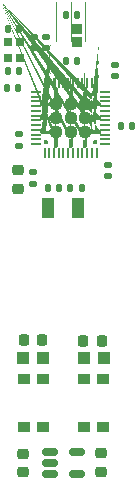
<source format=gbr>
G04 #@! TF.GenerationSoftware,KiCad,Pcbnew,(7.0.0)*
G04 #@! TF.CreationDate,2023-04-22T14:23:37+07:00*
G04 #@! TF.ProjectId,nrf52840-qfaa-breakout,6e726635-3238-4343-902d-716661612d62,rev?*
G04 #@! TF.SameCoordinates,Original*
G04 #@! TF.FileFunction,Paste,Top*
G04 #@! TF.FilePolarity,Positive*
%FSLAX46Y46*%
G04 Gerber Fmt 4.6, Leading zero omitted, Abs format (unit mm)*
G04 Created by KiCad (PCBNEW (7.0.0)) date 2023-04-22 14:23:37*
%MOMM*%
%LPD*%
G01*
G04 APERTURE LIST*
G04 Aperture macros list*
%AMRoundRect*
0 Rectangle with rounded corners*
0 $1 Rounding radius*
0 $2 $3 $4 $5 $6 $7 $8 $9 X,Y pos of 4 corners*
0 Add a 4 corners polygon primitive as box body*
4,1,4,$2,$3,$4,$5,$6,$7,$8,$9,$2,$3,0*
0 Add four circle primitives for the rounded corners*
1,1,$1+$1,$2,$3*
1,1,$1+$1,$4,$5*
1,1,$1+$1,$6,$7*
1,1,$1+$1,$8,$9*
0 Add four rect primitives between the rounded corners*
20,1,$1+$1,$2,$3,$4,$5,0*
20,1,$1+$1,$4,$5,$6,$7,0*
20,1,$1+$1,$6,$7,$8,$9,0*
20,1,$1+$1,$8,$9,$2,$3,0*%
%AMFreePoly0*
4,1,48,0.115957,0.196624,0.131920,0.196624,0.144834,0.187241,0.160014,0.182309,0.169395,0.169395,0.182309,0.160014,0.187241,0.144834,0.196624,0.131920,0.196624,0.115957,0.201556,0.100778,0.201556,0.026143,0.199043,0.018408,0.200315,0.010378,0.189601,-0.010648,0.182309,-0.033093,0.175730,-0.037872,0.172039,-0.045118,0.045118,-0.172039,0.037872,-0.175730,0.033093,-0.182309,
0.010648,-0.189601,-0.010378,-0.200315,-0.018409,-0.199043,-0.026143,-0.201556,-0.100778,-0.201556,-0.115957,-0.196624,-0.131920,-0.196624,-0.144834,-0.187241,-0.160014,-0.182309,-0.169395,-0.169395,-0.182309,-0.160014,-0.187241,-0.144834,-0.196624,-0.131920,-0.196624,-0.115957,-0.201556,-0.100778,-0.201556,0.100778,-0.196624,0.115957,-0.196624,0.131920,-0.187241,0.144834,-0.182309,0.160014,
-0.169395,0.169395,-0.160014,0.182309,-0.144834,0.187241,-0.131920,0.196624,-0.115957,0.196624,-0.100778,0.201556,0.100778,0.201556,0.115957,0.196624,0.115957,0.196624,$1*%
%AMFreePoly1*
4,1,51,0.053925,0.482835,0.056101,0.483419,0.059434,0.481864,0.077391,0.478698,0.091360,0.466976,0.107888,0.459269,0.177090,0.390068,0.180063,0.385820,0.182014,0.384695,0.183271,0.381239,0.193730,0.366303,0.195319,0.348137,0.201557,0.331000,0.201557,-0.331000,0.200656,-0.336106,0.201239,-0.338281,0.199685,-0.341612,0.196519,-0.359570,0.184797,-0.373539,0.177090,-0.390068,
0.107888,-0.459269,0.103642,-0.462241,0.102516,-0.464193,0.099059,-0.465451,0.084124,-0.475909,0.065958,-0.477498,0.048821,-0.483736,-0.118023,-0.483736,-0.128873,-0.481822,-0.132529,-0.482467,-0.135743,-0.480611,-0.146593,-0.478698,-0.163216,-0.464749,-0.182014,-0.453897,-0.184592,-0.446813,-0.190366,-0.441969,-0.194134,-0.420595,-0.201557,-0.400202,-0.201557,0.400202,-0.199643,0.411052,
-0.200288,0.414708,-0.198432,0.417922,-0.196519,0.428772,-0.182570,0.445395,-0.171718,0.464193,-0.164634,0.466771,-0.159790,0.472545,-0.138416,0.476313,-0.118023,0.483736,0.048821,0.483736,0.053925,0.482835,0.053925,0.482835,$1*%
%AMFreePoly2*
4,1,48,-0.018409,0.199043,-0.010378,0.200315,0.010648,0.189601,0.033093,0.182309,0.037872,0.175730,0.045118,0.172039,0.172039,0.045118,0.175730,0.037872,0.182309,0.033093,0.189601,0.010648,0.200315,-0.010378,0.199043,-0.018408,0.201556,-0.026143,0.201556,-0.100778,0.196624,-0.115957,0.196624,-0.131920,0.187241,-0.144834,0.182309,-0.160014,0.169395,-0.169395,0.160014,-0.182309,
0.144834,-0.187241,0.131920,-0.196624,0.115957,-0.196624,0.100778,-0.201556,-0.100778,-0.201556,-0.115957,-0.196624,-0.131920,-0.196624,-0.144834,-0.187241,-0.160014,-0.182309,-0.169395,-0.169395,-0.182309,-0.160014,-0.187241,-0.144834,-0.196624,-0.131920,-0.196624,-0.115957,-0.201556,-0.100778,-0.201556,0.100778,-0.196624,0.115957,-0.196624,0.131920,-0.187241,0.144834,-0.182309,0.160014,
-0.169395,0.169395,-0.160014,0.182309,-0.144834,0.187241,-0.131920,0.196624,-0.115957,0.196624,-0.100778,0.201556,-0.026143,0.201556,-0.018409,0.199043,-0.018409,0.199043,$1*%
%AMFreePoly3*
4,1,51,0.411052,0.199643,0.414708,0.200288,0.417922,0.198432,0.428772,0.196519,0.445395,0.182570,0.464193,0.171718,0.466771,0.164634,0.472545,0.159790,0.476313,0.138416,0.483736,0.118023,0.483736,-0.048821,0.482835,-0.053927,0.483418,-0.056102,0.481864,-0.059433,0.478698,-0.077391,0.466976,-0.091360,0.459269,-0.107889,0.390067,-0.177090,0.385821,-0.180062,0.384695,-0.182014,
0.381238,-0.183272,0.366303,-0.193730,0.348137,-0.195319,0.331000,-0.201557,-0.331000,-0.201557,-0.336106,-0.200656,-0.338281,-0.201239,-0.341612,-0.199685,-0.359570,-0.196519,-0.373539,-0.184797,-0.390068,-0.177090,-0.459269,-0.107888,-0.462241,-0.103642,-0.464193,-0.102516,-0.465451,-0.099059,-0.475909,-0.084124,-0.477498,-0.065958,-0.483736,-0.048821,-0.483736,0.118023,-0.481822,0.128873,
-0.482467,0.132529,-0.480611,0.135743,-0.478698,0.146593,-0.464749,0.163216,-0.453897,0.182014,-0.446813,0.184592,-0.441969,0.190366,-0.420595,0.194134,-0.400202,0.201557,0.400202,0.201557,0.411052,0.199643,0.411052,0.199643,$1*%
%AMFreePoly4*
4,1,51,0.336104,0.200656,0.338280,0.201240,0.341613,0.199685,0.359570,0.196519,0.373539,0.184797,0.390067,0.177090,0.459269,0.107889,0.462242,0.103641,0.464193,0.102516,0.465450,0.099060,0.475909,0.084124,0.477498,0.065958,0.483736,0.048821,0.483736,-0.118023,0.481822,-0.128873,0.482467,-0.132529,0.480611,-0.135743,0.478698,-0.146593,0.464749,-0.163216,0.453897,-0.182014,
0.446813,-0.184592,0.441969,-0.190366,0.420595,-0.194134,0.400202,-0.201557,-0.400202,-0.201557,-0.411052,-0.199643,-0.414708,-0.200288,-0.417922,-0.198432,-0.428772,-0.196519,-0.445395,-0.182570,-0.464193,-0.171718,-0.466771,-0.164634,-0.472545,-0.159790,-0.476313,-0.138416,-0.483736,-0.118023,-0.483736,0.048821,-0.482835,0.053925,-0.483419,0.056101,-0.481864,0.059434,-0.478698,0.077391,
-0.466976,0.091360,-0.459269,0.107888,-0.390068,0.177090,-0.385820,0.180063,-0.384695,0.182014,-0.381239,0.183271,-0.366303,0.193730,-0.348137,0.195319,-0.331000,0.201557,0.331000,0.201557,0.336104,0.200656,0.336104,0.200656,$1*%
%AMFreePoly5*
4,1,48,0.115957,0.196624,0.131920,0.196624,0.144834,0.187241,0.160014,0.182309,0.169395,0.169395,0.182309,0.160014,0.187241,0.144834,0.196624,0.131920,0.196624,0.115957,0.201556,0.100778,0.201556,-0.100778,0.196624,-0.115957,0.196624,-0.131920,0.187241,-0.144834,0.182309,-0.160014,0.169395,-0.169395,0.160014,-0.182309,0.144834,-0.187241,0.131920,-0.196624,0.115957,-0.196624,
0.100778,-0.201556,0.026143,-0.201556,0.018408,-0.199043,0.010378,-0.200315,-0.010648,-0.189601,-0.033093,-0.182309,-0.037872,-0.175730,-0.045118,-0.172039,-0.172039,-0.045118,-0.175730,-0.037872,-0.182309,-0.033093,-0.189601,-0.010648,-0.200315,0.010378,-0.199043,0.018409,-0.201556,0.026143,-0.201556,0.100778,-0.196624,0.115957,-0.196624,0.131920,-0.187241,0.144834,-0.182309,0.160014,
-0.169395,0.169395,-0.160014,0.182309,-0.144834,0.187241,-0.131920,0.196624,-0.115957,0.196624,-0.100778,0.201556,0.100778,0.201556,0.115957,0.196624,0.115957,0.196624,$1*%
%AMFreePoly6*
4,1,51,0.128873,0.481822,0.132529,0.482467,0.135743,0.480611,0.146593,0.478698,0.163216,0.464749,0.182014,0.453897,0.184592,0.446813,0.190366,0.441969,0.194134,0.420595,0.201557,0.400202,0.201557,-0.400202,0.199643,-0.411052,0.200288,-0.414708,0.198432,-0.417922,0.196519,-0.428772,0.182570,-0.445395,0.171718,-0.464193,0.164634,-0.466771,0.159790,-0.472545,0.138416,-0.476313,
0.118023,-0.483736,-0.048821,-0.483736,-0.053927,-0.482835,-0.056102,-0.483418,-0.059433,-0.481864,-0.077391,-0.478698,-0.091360,-0.466976,-0.107889,-0.459269,-0.177090,-0.390067,-0.180062,-0.385821,-0.182014,-0.384695,-0.183272,-0.381238,-0.193730,-0.366303,-0.195319,-0.348137,-0.201557,-0.331000,-0.201557,0.331000,-0.200656,0.336104,-0.201240,0.338280,-0.199685,0.341613,-0.196519,0.359570,
-0.184797,0.373539,-0.177090,0.390067,-0.107889,0.459269,-0.103641,0.462242,-0.102516,0.464193,-0.099060,0.465450,-0.084124,0.475909,-0.065958,0.477498,-0.048821,0.483736,0.118023,0.483736,0.128873,0.481822,0.128873,0.481822,$1*%
%AMFreePoly7*
4,1,48,0.115957,0.196624,0.131920,0.196624,0.144834,0.187241,0.160014,0.182309,0.169395,0.169395,0.182309,0.160014,0.187241,0.144834,0.196624,0.131920,0.196624,0.115957,0.201556,0.100778,0.201556,-0.100778,0.196624,-0.115957,0.196624,-0.131920,0.187241,-0.144834,0.182309,-0.160014,0.169395,-0.169395,0.160014,-0.182309,0.144834,-0.187241,0.131920,-0.196624,0.115957,-0.196624,
0.100778,-0.201556,-0.100778,-0.201556,-0.115957,-0.196624,-0.131920,-0.196624,-0.144834,-0.187241,-0.160014,-0.182309,-0.169395,-0.169395,-0.182309,-0.160014,-0.187241,-0.144834,-0.196624,-0.131920,-0.196624,-0.115957,-0.201556,-0.100778,-0.201556,-0.026143,-0.199043,-0.018409,-0.200315,-0.010378,-0.189601,0.010648,-0.182309,0.033093,-0.175730,0.037872,-0.172039,0.045118,-0.045118,0.172039,
-0.037872,0.175730,-0.033093,0.182309,-0.010648,0.189601,0.010378,0.200315,0.018408,0.199043,0.026143,0.201556,0.100778,0.201556,0.115957,0.196624,0.115957,0.196624,$1*%
G04 Aperture macros list end*
%ADD10R,1.100000X1.000000*%
%ADD11RoundRect,0.225000X-0.250000X0.225000X-0.250000X-0.225000X0.250000X-0.225000X0.250000X0.225000X0*%
%ADD12R,0.900000X0.850000*%
%ADD13RoundRect,0.140000X0.140000X0.170000X-0.140000X0.170000X-0.140000X-0.170000X0.140000X-0.170000X0*%
%ADD14R,1.000000X0.900000*%
%ADD15RoundRect,0.140000X-0.170000X0.140000X-0.170000X-0.140000X0.170000X-0.140000X0.170000X0.140000X0*%
%ADD16RoundRect,0.218750X0.218750X0.256250X-0.218750X0.256250X-0.218750X-0.256250X0.218750X-0.256250X0*%
%ADD17RoundRect,0.150000X-0.512500X-0.150000X0.512500X-0.150000X0.512500X0.150000X-0.512500X0.150000X0*%
%ADD18FreePoly0,90.000000*%
%ADD19FreePoly1,90.000000*%
%ADD20FreePoly2,90.000000*%
%ADD21FreePoly3,90.000000*%
%ADD22RoundRect,0.241868X0.241867X-0.241867X0.241867X0.241867X-0.241867X0.241867X-0.241867X-0.241867X0*%
%ADD23FreePoly4,90.000000*%
%ADD24FreePoly5,90.000000*%
%ADD25FreePoly6,90.000000*%
%ADD26FreePoly7,90.000000*%
%ADD27RoundRect,0.050000X0.050000X-0.350000X0.050000X0.350000X-0.050000X0.350000X-0.050000X-0.350000X0*%
%ADD28RoundRect,0.050000X0.350000X-0.050000X0.350000X0.050000X-0.350000X0.050000X-0.350000X-0.050000X0*%
%ADD29RoundRect,0.140000X0.170000X-0.140000X0.170000X0.140000X-0.170000X0.140000X-0.170000X-0.140000X0*%
%ADD30RoundRect,0.140000X-0.140000X-0.170000X0.140000X-0.170000X0.140000X0.170000X-0.140000X0.170000X0*%
%ADD31R,1.000000X1.800000*%
%ADD32R,0.700000X0.750000*%
G04 APERTURE END LIST*
D10*
G04 #@! TO.C,R2*
X145099999Y-115799999D03*
X146799999Y-115799999D03*
G04 #@! TD*
D11*
G04 #@! TO.C,C2*
X151700000Y-123875000D03*
X151700000Y-125425000D03*
G04 #@! TD*
D12*
G04 #@! TO.C,L1*
X149674999Y-87919999D03*
X149674999Y-89079999D03*
G04 #@! TD*
D13*
G04 #@! TO.C,C10*
X144760000Y-91520000D03*
X143800000Y-91520000D03*
G04 #@! TD*
D14*
G04 #@! TO.C,SW1*
X146749999Y-121674999D03*
X146749999Y-117574999D03*
X145149999Y-117574999D03*
X145149999Y-121674999D03*
G04 #@! TD*
D13*
G04 #@! TO.C,C9*
X144770000Y-87940000D03*
X143810000Y-87940000D03*
G04 #@! TD*
D11*
G04 #@! TO.C,C17*
X144700000Y-99900000D03*
X144700000Y-101450000D03*
G04 #@! TD*
D15*
G04 #@! TO.C,C19*
X152310000Y-99440000D03*
X152310000Y-100400000D03*
G04 #@! TD*
G04 #@! TO.C,C6*
X144720000Y-96860000D03*
X144720000Y-97820000D03*
G04 #@! TD*
D16*
G04 #@! TO.C,D1*
X151775000Y-114330000D03*
X150200000Y-114330000D03*
G04 #@! TD*
D17*
G04 #@! TO.C,U1*
X147387500Y-123725000D03*
X147387500Y-124675000D03*
X147387500Y-125625000D03*
X149662500Y-125625000D03*
X149662500Y-123725000D03*
G04 #@! TD*
D18*
G04 #@! TO.C,U2*
X147070000Y-97530000D03*
D19*
X147920000Y-97530000D03*
X149120000Y-97530000D03*
X150320000Y-97530000D03*
D20*
X151170000Y-97530000D03*
D21*
X147070000Y-96680000D03*
D22*
X147920000Y-96680000D03*
X149120000Y-96680000D03*
X150320000Y-96680000D03*
D23*
X151170000Y-96680000D03*
D21*
X147070000Y-95480000D03*
D22*
X147920000Y-95480000D03*
X149120000Y-95480000D03*
X150320000Y-95480000D03*
D23*
X151170000Y-95480000D03*
D21*
X147070000Y-94280000D03*
D22*
X147920000Y-94280000D03*
X149120000Y-94280000D03*
X150320000Y-94280000D03*
D23*
X151170000Y-94280000D03*
D24*
X147070000Y-93430000D03*
D25*
X147920000Y-93430000D03*
X149120000Y-93430000D03*
X150320000Y-93430000D03*
D26*
X151170000Y-93430000D03*
D27*
X146920000Y-98430000D03*
X147320000Y-98430000D03*
X147720000Y-98430000D03*
X148120000Y-98430000D03*
X148520000Y-98430000D03*
X148920000Y-98430000D03*
X149320000Y-98430000D03*
X149720000Y-98430000D03*
X150120000Y-98430000D03*
X150520000Y-98430000D03*
X150920000Y-98430000D03*
X151320000Y-98430000D03*
D28*
X152070000Y-97680000D03*
X152070000Y-97280000D03*
X152070000Y-96880000D03*
X152070000Y-96480000D03*
X152070000Y-96080000D03*
X152070000Y-95680000D03*
X152070000Y-95280000D03*
X152070000Y-94880000D03*
X152070000Y-94480000D03*
X152070000Y-94080000D03*
X152070000Y-93680000D03*
X152070000Y-93280000D03*
D27*
X151320000Y-92530000D03*
X150920000Y-92530000D03*
X150520000Y-92530000D03*
X150120000Y-92530000D03*
X149720000Y-92530000D03*
X149320000Y-92530000D03*
X148920000Y-92530000D03*
X148520000Y-92530000D03*
X148120000Y-92530000D03*
X147720000Y-92530000D03*
X147320000Y-92530000D03*
X146920000Y-92530000D03*
D28*
X146170000Y-93280000D03*
X146170000Y-93680000D03*
X146170000Y-94080000D03*
X146170000Y-94480000D03*
X146170000Y-94880000D03*
X146170000Y-95280000D03*
X146170000Y-95680000D03*
X146170000Y-96080000D03*
X146170000Y-96480000D03*
X146170000Y-96880000D03*
X146170000Y-97280000D03*
X146170000Y-97680000D03*
G04 #@! TD*
D14*
G04 #@! TO.C,SW2*
X151849999Y-121674999D03*
X151849999Y-117574999D03*
X150249999Y-117574999D03*
X150249999Y-121674999D03*
G04 #@! TD*
D29*
G04 #@! TO.C,C18*
X152880000Y-91950000D03*
X152880000Y-90990000D03*
G04 #@! TD*
D10*
G04 #@! TO.C,R1*
X150224999Y-115799999D03*
X151924999Y-115799999D03*
G04 #@! TD*
D16*
G04 #@! TO.C,D3*
X146720000Y-114290000D03*
X145145000Y-114290000D03*
G04 #@! TD*
D30*
G04 #@! TO.C,C11*
X148730000Y-90640000D03*
X149690000Y-90640000D03*
G04 #@! TD*
D11*
G04 #@! TO.C,C1*
X145100000Y-123905000D03*
X145100000Y-125455000D03*
G04 #@! TD*
D15*
G04 #@! TO.C,C5*
X146040000Y-88620000D03*
X146040000Y-89580000D03*
G04 #@! TD*
D13*
G04 #@! TO.C,C16*
X144670000Y-92920000D03*
X143710000Y-92920000D03*
G04 #@! TD*
G04 #@! TO.C,C12*
X149710000Y-86750000D03*
X148750000Y-86750000D03*
G04 #@! TD*
D30*
G04 #@! TO.C,C14*
X149100000Y-101420000D03*
X150060000Y-101420000D03*
G04 #@! TD*
D31*
G04 #@! TO.C,Y2*
X149724999Y-103099999D03*
X147224999Y-103099999D03*
G04 #@! TD*
D15*
G04 #@! TO.C,C4*
X147010000Y-88620000D03*
X147010000Y-89580000D03*
G04 #@! TD*
D13*
G04 #@! TO.C,C13*
X148170000Y-101410000D03*
X147210000Y-101410000D03*
G04 #@! TD*
D32*
G04 #@! TO.C,Y1*
X144819999Y-90429999D03*
X144819999Y-89079999D03*
X143819999Y-89079999D03*
X143819999Y-90429999D03*
G04 #@! TD*
D29*
G04 #@! TO.C,C3*
X145975000Y-101055000D03*
X145975000Y-100095000D03*
G04 #@! TD*
D30*
G04 #@! TO.C,C15*
X153380000Y-96130000D03*
X154340000Y-96130000D03*
G04 #@! TD*
M02*

</source>
